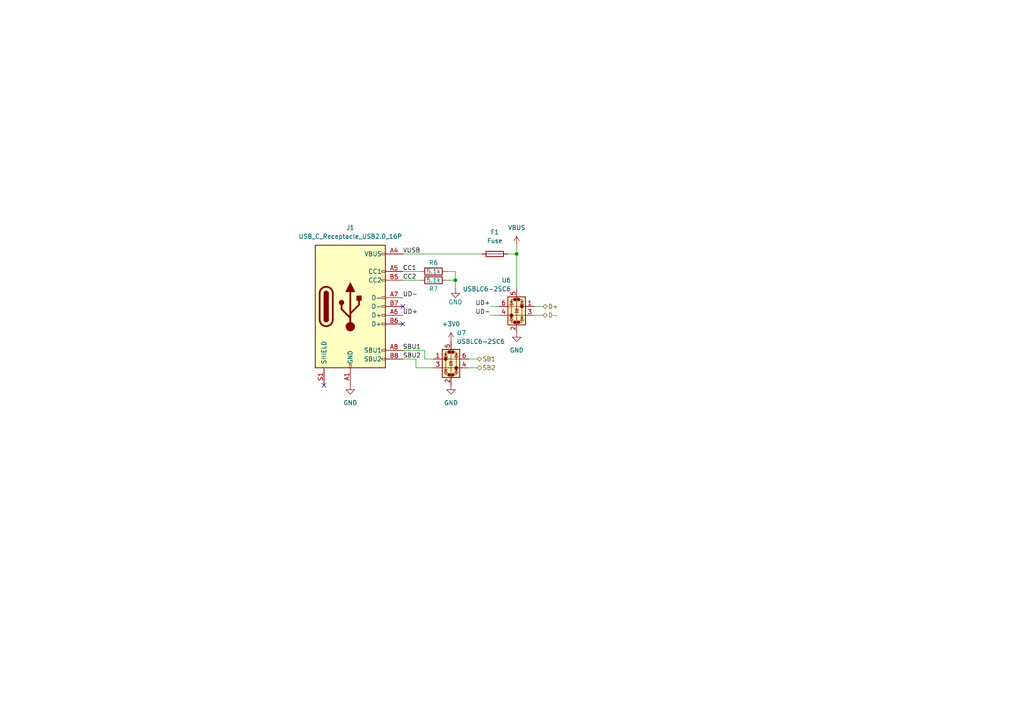
<source format=kicad_sch>
(kicad_sch (version 20250114) (generator "eeschema") (generator_version "9.0")
  (paper "A4")
  (lib_symbols
    (symbol "Connector:USB_C_Receptacle_USB2.0_16P" (pin_names (offset 1.016))
      (property "Reference" "J" (at 0 22.225 0))
      (property "Value" "USB_C_Receptacle_USB2.0_16P" (at 0 19.685 0))
      (symbol "USB_C_Receptacle_USB2.0_16P_0_0"
        (rectangle (start -0.254 -17.78) (end 0.254 -16.764))
        (rectangle (start 10.16 15.494) (end 9.144 14.986))
        (rectangle (start 10.16 10.414) (end 9.144 9.906))
        (rectangle (start 10.16 7.874) (end 9.144 7.366))
        (rectangle (start 10.16 2.794) (end 9.144 2.286))
        (rectangle (start 10.16 0.254) (end 9.144 -0.254))
        (rectangle (start 10.16 -2.286) (end 9.144 -2.794))
        (rectangle (start 10.16 -4.826) (end 9.144 -5.334))
        (rectangle (start 10.16 -12.446) (end 9.144 -12.954))
        (rectangle (start 10.16 -14.986) (end 9.144 -15.494))
      )
      (symbol "USB_C_Receptacle_USB2.0_16P_0_1"
        (rectangle (start -10.16 17.78) (end 10.16 -17.78) (stroke (width 0.254)) (fill (type background)))
        (polyline (pts (xy -8.89 -3.81) (xy -8.89 3.81)) (stroke (width 0.508)))
        (rectangle (start -7.62 -3.81) (end -6.35 3.81) (stroke (width 0.254)) (fill (type outline)))
        (arc (start -7.62 3.81) (mid -6.985 4.4423) (end -6.35 3.81) (stroke (width 0.254)))
        (arc (start -7.62 3.81) (mid -6.985 4.4423) (end -6.35 3.81) (stroke (width 0.254)) (fill (type outline)))
        (arc (start -8.89 3.81) (mid -6.985 5.7067) (end -5.08 3.81) (stroke (width 0.508)))
        (arc (start -5.08 -3.81) (mid -6.985 -5.7067) (end -8.89 -3.81) (stroke (width 0.508)))
        (arc (start -6.35 -3.81) (mid -6.985 -4.4423) (end -7.62 -3.81) (stroke (width 0.254)))
        (arc (start -6.35 -3.81) (mid -6.985 -4.4423) (end -7.62 -3.81) (stroke (width 0.254)) (fill (type outline)))
        (polyline (pts (xy -5.08 3.81) (xy -5.08 -3.81)) (stroke (width 0.508)))
        (circle (center -2.54 1.143) (radius 0.635) (stroke (width 0.254)) (fill (type outline)))
        (polyline (pts (xy -1.27 4.318) (xy 0 6.858) (xy 1.27 4.318) (xy -1.27 4.318)) (stroke (width 0.254)) (fill (type outline)))
        (polyline (pts (xy 0 -2.032) (xy 2.54 0.508) (xy 2.54 1.778)) (stroke (width 0.508)))
        (polyline (pts (xy 0 -3.302) (xy -2.54 -0.762) (xy -2.54 0.508)) (stroke (width 0.508)))
        (polyline (pts (xy 0 -5.842) (xy 0 4.318)) (stroke (width 0.508)))
        (circle (center 0 -5.842) (radius 1.27) (fill (type outline)))
        (rectangle (start 1.905 1.778) (end 3.175 3.048) (stroke (width 0.254)) (fill (type outline)))
      )
      (symbol "USB_C_Receptacle_USB2.0_16P_1_1"
        (pin passive line (at -7.62 -22.86 90) (length 5.08) (name "SHIELD") (number "S1"))
        (pin passive line (at 0 -22.86 90) (length 5.08) (name "GND") (number "A1"))
        (pin passive line (at 0 -22.86 90) (length 5.08) (hide yes) (name "GND") (number "A12"))
        (pin passive line (at 0 -22.86 90) (length 5.08) (hide yes) (name "GND") (number "B1"))
        (pin passive line (at 0 -22.86 90) (length 5.08) (hide yes) (name "GND") (number "B12"))
        (pin passive line (at 15.24 15.24 180) (length 5.08) (name "VBUS") (number "A4"))
        (pin passive line (at 15.24 15.24 180) (length 5.08) (hide yes) (name "VBUS") (number "A9"))
        (pin passive line (at 15.24 15.24 180) (length 5.08) (hide yes) (name "VBUS") (number "B4"))
        (pin passive line (at 15.24 15.24 180) (length 5.08) (hide yes) (name "VBUS") (number "B9"))
        (pin bidirectional line (at 15.24 10.16 180) (length 5.08) (name "CC1") (number "A5"))
        (pin bidirectional line (at 15.24 7.62 180) (length 5.08) (name "CC2") (number "B5"))
        (pin bidirectional line (at 15.24 2.54 180) (length 5.08) (name "D-") (number "A7"))
        (pin bidirectional line (at 15.24 0 180) (length 5.08) (name "D-") (number "B7"))
        (pin bidirectional line (at 15.24 -2.54 180) (length 5.08) (name "D+") (number "A6"))
        (pin bidirectional line (at 15.24 -5.08 180) (length 5.08) (name "D+") (number "B6"))
        (pin bidirectional line (at 15.24 -12.7 180) (length 5.08) (name "SBU1") (number "A8"))
        (pin bidirectional line (at 15.24 -15.24 180) (length 5.08) (name "SBU2") (number "B8"))
      )
    )
    (symbol "Device:Fuse" (pin_numbers (hide yes)) (pin_names (offset 0))
      (property "Reference" "F" (at 2.032 0 90))
      (property "Value" "Fuse" (at -1.905 0 90))
      (symbol "Fuse_0_1"
        (rectangle (start -0.762 -2.54) (end 0.762 2.54) (stroke (width 0.254)))
        (polyline (pts (xy 0 2.54) (xy 0 -2.54)))
      )
      (symbol "Fuse_1_1"
        (pin passive line (at 0 3.81 270) (length 1.27) (name "~") (number "1"))
        (pin passive line (at 0 -3.81 90) (length 1.27) (name "~") (number "2"))
      )
    )
    (symbol "Device:R" (pin_numbers (hide yes)) (pin_names (offset 0))
      (property "Reference" "R" (at 2.032 0 90))
      (property "Value" "R" (at 0 0 90))
      (symbol "R_0_1"
        (rectangle (start -1.016 -2.54) (end 1.016 2.54) (stroke (width 0.254)))
      )
      (symbol "R_1_1"
        (pin passive line (at 0 3.81 270) (length 1.27) (name "~") (number "1"))
        (pin passive line (at 0 -3.81 90) (length 1.27) (name "~") (number "2"))
      )
    )
    (symbol "Power_Protection:USBLC6-2SC6" (pin_names (hide yes))
      (property "Reference" "U" (at 0.635 5.715 0))
      (property "Value" "USBLC6-2SC6" (at 0.635 3.81 0))
      (symbol "USBLC6-2SC6_0_0"
        (circle (center -1.524 0) (radius 0.0001) (stroke (width 0.508)))
        (circle (center -0.508 2.032) (radius 0.0001) (stroke (width 0.508)))
        (circle (center -0.508 -4.572) (radius 0.0001) (stroke (width 0.508)))
        (circle (center 0.508 2.032) (radius 0.0001) (stroke (width 0.508)))
        (circle (center 0.508 -4.572) (radius 0.0001) (stroke (width 0.508)))
        (circle (center 1.524 -2.54) (radius 0.0001) (stroke (width 0.508)))
      )
      (symbol "USBLC6-2SC6_0_1"
        (polyline (pts (xy -2.54 0) (xy 2.54 0)))
        (polyline (pts (xy -2.54 -2.54) (xy 2.54 -2.54)))
        (polyline (pts (xy -2.032 0.508) (xy -1.016 0.508) (xy -1.524 1.524) (xy -2.032 0.508)))
        (polyline (pts (xy -2.032 -3.048) (xy -1.016 -3.048)))
        (polyline (pts (xy -1.016 1.524) (xy -2.032 1.524)))
        (polyline (pts (xy -1.016 -4.064) (xy -2.032 -4.064) (xy -1.524 -3.048) (xy -1.016 -4.064)))
        (polyline (pts (xy -0.508 -1.143) (xy -0.508 -0.762) (xy 0.508 -0.762)))
        (polyline (pts (xy 0 2.54) (xy -0.508 2.032) (xy 0.508 2.032) (xy 0 1.524) (xy 0 -4.064) (xy -0.508 -4.572) (xy 0.508 -4.572) (xy 0 -5.08)))
        (polyline (pts (xy 0.508 -1.778) (xy -0.508 -1.778) (xy 0 -0.762) (xy 0.508 -1.778)))
        (polyline (pts (xy 1.016 1.524) (xy 2.032 1.524)))
        (polyline (pts (xy 1.016 -3.048) (xy 2.032 -3.048)))
        (polyline (pts (xy 2.032 0.508) (xy 1.016 0.508) (xy 1.524 1.524) (xy 2.032 0.508)))
        (polyline (pts (xy 2.032 -4.064) (xy 1.016 -4.064) (xy 1.524 -3.048) (xy 2.032 -4.064)))
      )
      (symbol "USBLC6-2SC6_1_1"
        (rectangle (start -2.54 2.794) (end 2.54 -5.334) (stroke (width 0.254)) (fill (type background)))
        (polyline (pts (xy -0.508 2.032) (xy -1.524 2.032) (xy -1.524 -4.572) (xy -0.508 -4.572)))
        (polyline (pts (xy 0.508 -4.572) (xy 1.524 -4.572) (xy 1.524 2.032) (xy 0.508 2.032)))
        (pin passive line (at -5.08 0 0) (length 2.54) (name "I/O1") (number "1"))
        (pin passive line (at -5.08 -2.54 0) (length 2.54) (name "I/O2") (number "3"))
        (pin passive line (at 0 5.08 270) (length 2.54) (name "VBUS") (number "5"))
        (pin passive line (at 0 -7.62 90) (length 2.54) (name "GND") (number "2"))
        (pin passive line (at 5.08 0 180) (length 2.54) (name "I/O1") (number "6"))
        (pin passive line (at 5.08 -2.54 180) (length 2.54) (name "I/O2") (number "4"))
      )
    )
    (symbol "power:+3V0" (power) (pin_numbers (hide yes)) (pin_names (offset 0) (hide yes))
      (property "Value" "+3V0" (at 0 3.556 0))
      (symbol "+3V0_0_1"
        (polyline (pts (xy -0.762 1.27) (xy 0 2.54)))
        (polyline (pts (xy 0 2.54) (xy 0.762 1.27)))
        (polyline (pts (xy 0 0) (xy 0 2.54)))
      )
      (symbol "+3V0_1_1"
        (pin power_in line (at 0 0 90) (length 0) (name "~") (number "1"))
      )
    )
    (symbol "power:GND" (power) (pin_numbers (hide yes)) (pin_names (offset 0) (hide yes))
      (property "Value" "GND" (at 0 -3.81 0))
      (symbol "GND_0_1"
        (polyline (pts (xy 0 0) (xy 0 -1.27) (xy 1.27 -1.27) (xy 0 -2.54) (xy -1.27 -1.27) (xy 0 -1.27)))
      )
      (symbol "GND_1_1"
        (pin power_in line (at 0 0 270) (length 0) (name "~") (number "1"))
      )
    )
    (symbol "power:VBUS" (power) (pin_numbers (hide yes)) (pin_names (offset 0) (hide yes))
      (property "Value" "VBUS" (at 0 3.556 0))
      (symbol "VBUS_0_1"
        (polyline (pts (xy -0.762 1.27) (xy 0 2.54)))
        (polyline (pts (xy 0 2.54) (xy 0.762 1.27)))
        (polyline (pts (xy 0 0) (xy 0 2.54)))
      )
      (symbol "VBUS_1_1"
        (pin power_in line (at 0 0 90) (length 0) (name "~") (number "1"))
      )
    )
  )
  (junction (at 132.08 81.28))
  (junction (at 149.86 73.66))
  (no_connect (at 116.84 93.98))
  (no_connect (at 116.84 88.9))
  (no_connect (at 93.98 111.76))
  (wire (pts (xy 123.19 101.6) (xy 116.84 101.6)))
  (wire (pts (xy 154.94 88.9) (xy 157.48 88.9)))
  (wire (pts (xy 149.86 73.66) (xy 147.32 73.66)))
  (wire (pts (xy 116.84 73.66) (xy 139.7 73.66)))
  (wire (pts (xy 149.86 71.12) (xy 149.86 73.66)))
  (wire (pts (xy 132.08 83.82) (xy 132.08 81.28)))
  (wire (pts (xy 135.89 104.14) (xy 138.43 104.14)))
  (wire (pts (xy 129.54 81.28) (xy 132.08 81.28)))
  (wire (pts (xy 120.65 106.68) (xy 120.65 104.14)))
  (wire (pts (xy 142.24 91.44) (xy 144.78 91.44)))
  (wire (pts (xy 120.65 104.14) (xy 116.84 104.14)))
  (wire (pts (xy 154.94 91.44) (xy 157.48 91.44)))
  (wire (pts (xy 142.24 88.9) (xy 144.78 88.9)))
  (wire (pts (xy 123.19 104.14) (xy 123.19 101.6)))
  (wire (pts (xy 149.86 73.66) (xy 149.86 83.82)))
  (wire (pts (xy 132.08 78.74) (xy 129.54 78.74)))
  (wire (pts (xy 116.84 81.28) (xy 121.92 81.28)))
  (wire (pts (xy 123.19 104.14) (xy 125.73 104.14)))
  (wire (pts (xy 135.89 106.68) (xy 138.43 106.68)))
  (wire (pts (xy 132.08 81.28) (xy 132.08 78.74)))
  (wire (pts (xy 120.65 106.68) (xy 125.73 106.68)))
  (wire (pts (xy 116.84 78.74) (xy 121.92 78.74)))
  (label "UD+" (at 142.24 88.9 180))
  (label "CC2" (at 116.84 81.28 0))
  (label "UD+" (at 116.84 91.44 0))
  (label "CC1" (at 116.84 78.74 0))
  (label "SBU1" (at 116.84 101.6 0))
  (label "UD-" (at 116.84 86.36 0))
  (label "SBU2" (at 116.84 104.14 0))
  (label "UD-" (at 142.24 91.44 180))
  (label "VUSB" (at 116.84 73.66 0))
  (hierarchical_label "D-" (shape bidirectional) (at 157.48 91.44 0))
  (hierarchical_label "SB1" (shape bidirectional) (at 138.43 104.14 0))
  (hierarchical_label "SB2" (shape bidirectional) (at 138.43 106.68 0))
  (hierarchical_label "D+" (shape bidirectional) (at 157.48 88.9 0))
  (symbol (lib_id "Device:Fuse") (at 143.51 73.66 90) (unit 1)
    (property "Reference" "F1" (at 143.51 67.31 90))
    (property "Value" "Fuse" (at 143.51 69.85 90))
    (property "Footprint" "Fuse:Fuse_0805_2012Metric_Pad1.15x1.40mm_HandSolder" (effects (hide yes)))
    (property "Description" "Fuse" (effects (hide yes)))
  )
  (symbol (lib_id "Power_Protection:USBLC6-2SC6") (at 149.86 88.9 0) (mirror y) (unit 1)
    (property "Reference" "U6" (at 148.2089 81.28 0) (effects (justify left)))
    (property "Value" "USBLC6-2SC6" (at 148.2089 83.82 0) (effects (justify left)))
    (property "Footprint" "Package_TO_SOT_SMD:SOT-23-6" (effects (hide yes)))
    (property "Datasheet" "https://www.st.com/resource/en/datasheet/usblc6-2.pdf" (effects (hide yes)))
    (property "Description" "Very low capacitance ESD protection diode, 2 data-line, SOT-23-6" (effects (hide yes)))
  )
  (symbol (lib_id "Connector:USB_C_Receptacle_USB2.0_16P") (at 101.6 88.9 0) (unit 1)
    (property "Reference" "J1" (at 101.6 66.04 0))
    (property "Value" "USB_C_Receptacle_USB2.0_16P" (at 101.6 68.58 0))
    (property "Footprint" "Connector_USB:USB_C_Receptacle_GCT_USB4105-xx-A_16P_TopMnt_Horizontal" (effects (hide yes)))
    (property "Datasheet" "https://www.usb.org/sites/default/files/documents/usb_type-c.zip" (effects (hide yes)))
    (property "Description" "USB 2.0-only 16P Type-C Receptacle connector" (effects (hide yes)))
  )
  (symbol (lib_id "power:GND") (at 101.6 111.76 0) (unit 1)
    (property "Reference" "#PWR032" (effects (hide yes)))
    (property "Value" "GND" (at 101.6 116.84 0))
    (property "Description" "Power symbol creates a global label with name \"GND\" , ground" (effects (hide yes)))
  )
  (symbol (lib_id "Device:R") (at 125.73 78.74 90) (unit 1)
    (property "Reference" "R6" (at 125.73 76.2 90))
    (property "Value" "5.1k" (at 125.73 78.74 90))
    (property "Footprint" "Resistor_SMD:R_0402_1005Metric" (effects (hide yes)))
    (property "Description" "Resistor" (effects (hide yes)))
  )
  (symbol (lib_id "Power_Protection:USBLC6-2SC6") (at 130.81 104.14 0) (unit 1)
    (property "Reference" "U7" (at 132.4611 96.52 0) (effects (justify left)))
    (property "Value" "USBLC6-2SC6" (at 132.4611 99.06 0) (effects (justify left)))
    (property "Footprint" "Package_TO_SOT_SMD:SOT-23-6" (effects (hide yes)))
    (property "Datasheet" "https://www.st.com/resource/en/datasheet/usblc6-2.pdf" (effects (hide yes)))
    (property "Description" "Very low capacitance ESD protection diode, 2 data-line, SOT-23-6" (effects (hide yes)))
  )
  (symbol (lib_id "power:+3V0") (at 130.81 99.06 0) (unit 1)
    (property "Reference" "#PWR041" (effects (hide yes)))
    (property "Value" "+3V0" (at 130.81 93.98 0))
    (property "Description" "Power symbol creates a global label with name \"+3V0\"" (effects (hide yes)))
  )
  (symbol (lib_id "Device:R") (at 125.73 81.28 270) (unit 1)
    (property "Reference" "R7" (at 125.73 83.82 90))
    (property "Value" "5.1k" (at 125.73 81.28 90))
    (property "Footprint" "Resistor_SMD:R_0402_1005Metric" (effects (hide yes)))
    (property "Description" "Resistor" (effects (hide yes)))
  )
  (symbol (lib_id "power:VBUS") (at 149.86 71.12 0) (unit 1)
    (property "Reference" "#PWR04" (effects (hide yes)))
    (property "Value" "VBUS" (at 149.86 66.04 0))
    (property "Description" "Power symbol creates a global label with name \"VBUS\"" (effects (hide yes)))
  )
  (symbol (lib_id "power:GND") (at 132.08 83.82 0) (unit 1)
    (property "Reference" "#PWR040" (effects (hide yes)))
    (property "Value" "GND" (at 132.08 87.63 0))
    (property "Description" "Power symbol creates a global label with name \"GND\" , ground" (effects (hide yes)))
  )
  (symbol (lib_id "power:GND") (at 130.81 111.76 0) (unit 1)
    (property "Reference" "#PWR033" (effects (hide yes)))
    (property "Value" "GND" (at 130.81 116.84 0))
    (property "Description" "Power symbol creates a global label with name \"GND\" , ground" (effects (hide yes)))
  )
  (symbol (lib_id "power:GND") (at 149.86 96.52 0) (unit 1)
    (property "Reference" "#PWR034" (effects (hide yes)))
    (property "Value" "GND" (at 149.86 101.6 0))
    (property "Description" "Power symbol creates a global label with name \"GND\" , ground" (effects (hide yes)))
  )
)
</source>
